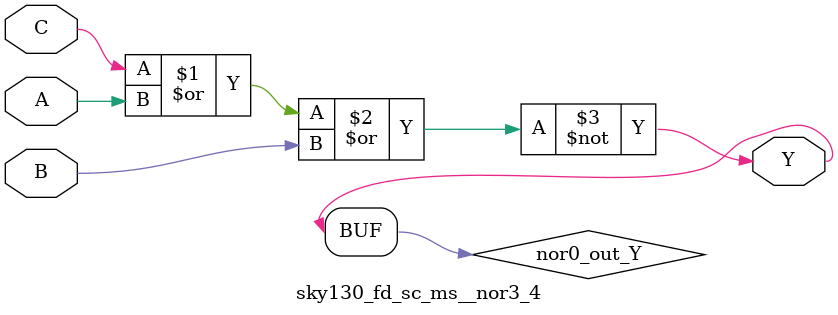
<source format=v>
/*
 * Copyright 2020 The SkyWater PDK Authors
 *
 * Licensed under the Apache License, Version 2.0 (the "License");
 * you may not use this file except in compliance with the License.
 * You may obtain a copy of the License at
 *
 *     https://www.apache.org/licenses/LICENSE-2.0
 *
 * Unless required by applicable law or agreed to in writing, software
 * distributed under the License is distributed on an "AS IS" BASIS,
 * WITHOUT WARRANTIES OR CONDITIONS OF ANY KIND, either express or implied.
 * See the License for the specific language governing permissions and
 * limitations under the License.
 *
 * SPDX-License-Identifier: Apache-2.0
*/


`ifndef SKY130_FD_SC_MS__NOR3_4_FUNCTIONAL_V
`define SKY130_FD_SC_MS__NOR3_4_FUNCTIONAL_V

/**
 * nor3: 3-input NOR.
 *
 *       Y = !(A | B | C | !D)
 *
 * Verilog simulation functional model.
 */

`timescale 1ns / 1ps
`default_nettype none

`celldefine
module sky130_fd_sc_ms__nor3_4 (
    Y,
    A,
    B,
    C
);

    // Module ports
    output Y;
    input  A;
    input  B;
    input  C;

    // Local signals
    wire nor0_out_Y;

    //  Name  Output      Other arguments
    nor nor0 (nor0_out_Y, C, A, B        );
    buf buf0 (Y         , nor0_out_Y     );

endmodule
`endcelldefine

`default_nettype wire
`endif  // SKY130_FD_SC_MS__NOR3_4_FUNCTIONAL_V

</source>
